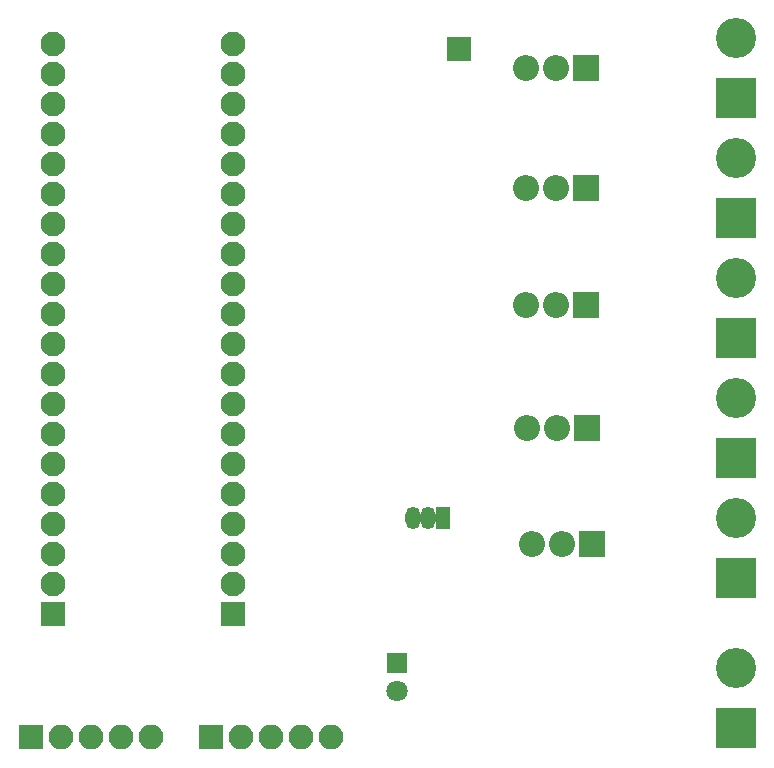
<source format=gbs>
G04 #@! TF.FileFunction,Soldermask,Bot*
%FSLAX46Y46*%
G04 Gerber Fmt 4.6, Leading zero omitted, Abs format (unit mm)*
G04 Created by KiCad (PCBNEW 4.0.7) date 08/30/18 09:04:44*
%MOMM*%
%LPD*%
G01*
G04 APERTURE LIST*
%ADD10C,0.100000*%
%ADD11R,2.200000X2.200000*%
%ADD12O,2.200000X2.200000*%
%ADD13R,3.400000X3.400000*%
%ADD14C,3.400000*%
%ADD15R,2.100000X2.100000*%
%ADD16O,2.100000X2.100000*%
%ADD17O,1.300000X1.900000*%
%ADD18R,1.300000X1.900000*%
%ADD19R,1.800000X1.800000*%
%ADD20C,1.800000*%
%ADD21C,2.100000*%
G04 APERTURE END LIST*
D10*
D11*
X203200000Y-73660000D03*
D12*
X200660000Y-73660000D03*
X198120000Y-73660000D03*
D11*
X203200000Y-83820000D03*
D12*
X200660000Y-83820000D03*
X198120000Y-83820000D03*
D11*
X203200000Y-93726000D03*
D12*
X200660000Y-93726000D03*
X198120000Y-93726000D03*
D11*
X203327000Y-104140000D03*
D12*
X200787000Y-104140000D03*
X198247000Y-104140000D03*
D11*
X203708000Y-113919000D03*
D12*
X201168000Y-113919000D03*
X198628000Y-113919000D03*
D13*
X215900000Y-129540000D03*
D14*
X215900000Y-124460000D03*
D15*
X156210000Y-130302000D03*
D16*
X158750000Y-130302000D03*
X161290000Y-130302000D03*
X163830000Y-130302000D03*
X166370000Y-130302000D03*
D15*
X171450000Y-130302000D03*
D16*
X173990000Y-130302000D03*
X176530000Y-130302000D03*
X179070000Y-130302000D03*
X181610000Y-130302000D03*
D13*
X215900000Y-116840000D03*
D14*
X215900000Y-111760000D03*
D13*
X215900000Y-96520000D03*
D14*
X215900000Y-91440000D03*
D13*
X215900000Y-76200000D03*
D14*
X215900000Y-71120000D03*
D15*
X192468500Y-72009000D03*
D13*
X215900000Y-106680000D03*
D14*
X215900000Y-101600000D03*
D13*
X215900000Y-86360000D03*
D14*
X215900000Y-81280000D03*
D17*
X189865000Y-111696500D03*
X188595000Y-111696500D03*
D18*
X191135000Y-111696500D03*
D19*
X187198000Y-124022000D03*
D20*
X187198000Y-126422000D03*
D15*
X158115000Y-119888000D03*
D21*
X158115000Y-117348000D03*
X158115000Y-114808000D03*
X158115000Y-112268000D03*
X158115000Y-109728000D03*
X158115000Y-107188000D03*
X158115000Y-104648000D03*
X158115000Y-102108000D03*
X158115000Y-99568000D03*
X158115000Y-97028000D03*
X158115000Y-94488000D03*
X158115000Y-91948000D03*
X158115000Y-89408000D03*
X158115000Y-86868000D03*
X158115000Y-84328000D03*
X158115000Y-81788000D03*
X158115000Y-79248000D03*
X158115000Y-76708000D03*
X158115000Y-74168000D03*
X158115000Y-71628000D03*
X173355000Y-71628000D03*
X173355000Y-74168000D03*
X173355000Y-76708000D03*
X173355000Y-79248000D03*
X173355000Y-81788000D03*
X173355000Y-84328000D03*
X173355000Y-86868000D03*
X173355000Y-89408000D03*
X173355000Y-91948000D03*
X173355000Y-94488000D03*
X173355000Y-97028000D03*
X173355000Y-99568000D03*
X173355000Y-102108000D03*
X173355000Y-104648000D03*
X173355000Y-107188000D03*
X173355000Y-109728000D03*
X173355000Y-112268000D03*
X173355000Y-114808000D03*
X173355000Y-117348000D03*
D15*
X173355000Y-119888000D03*
M02*

</source>
